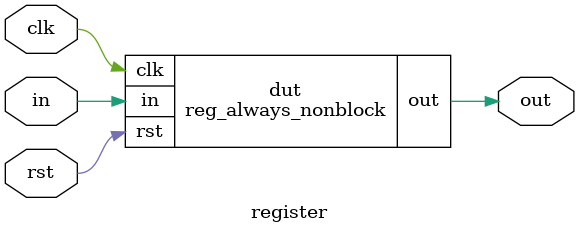
<source format=sv>
module reg_always_block (
  input logic clk, rst, in,
  output logic out
);

always @(posedge clk, posedge rst) begin
  if (rst)
    // WARNING this is typically considered non-conventional code style.
    out = '0;
  else
    // WARNING this is typically considered non-conventional code style.
    out = in;
end

endmodule

//////////////////////////////////////////////////
module reg_always_nonblock (
  input logic clk, rst, in,
  output logic out
);

always @(posedge clk, posedge rst) begin
  if (rst)
    out <= '0;
  else
    out <= in;
end

endmodule

//////////////////////////////////////////////////
module register (
  input logic clk, rst, in,
  output logic out
);
  // TODO instantiate these conditionally
  `ifdef REG_ALWAYS_BLOCKING
  reg_always_block dut(.*);
  `else
  reg_always_nonblock dut(.*);
  `endif
endmodule

</source>
